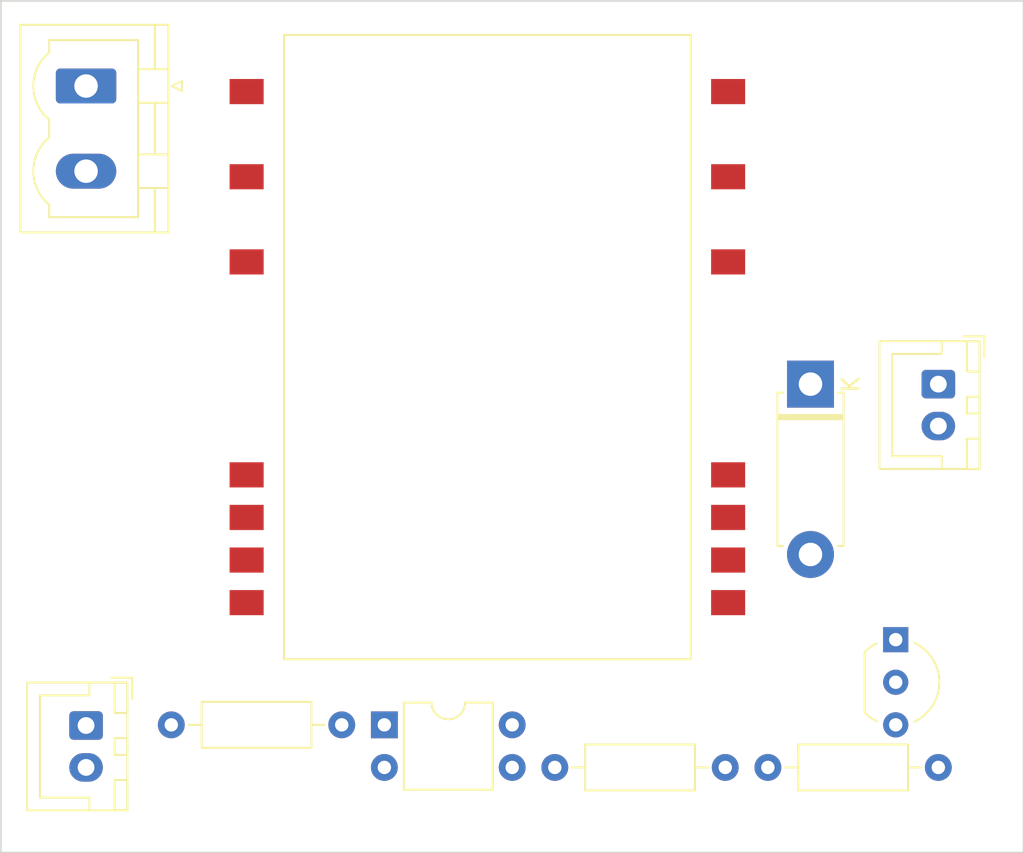
<source format=kicad_pcb>
(kicad_pcb (version 20230606) (generator pcbnew)
  (layers (0 "F.Cu" signal) (31 "B.Cu" signal) (34 "B.Paste" user) (35 "F.Paste" user) (36 "B.SilkS" user "B.Silkscreen") (37 "F.SilkS" user "F.Silkscreen") (38 "B.Mask" user) (39 "F.Mask" user) (44 "Edge.Cuts" user))
  (net 0 "")
  (net 1 "+24V")
  (net 2 "Net-(D1-A)")
  (net 3 "Net-(J1-Pin_1)")
  (net 4 "Net-(J1-Pin_2)")
  (net 5 "L")
  (net 6 "N")
  (net 7 "GND")
  (net 8 "Net-(Q1-B)")
  (net 9 "Net-(R1-Pad2)")
  (net 10 "Net-(R2-Pad1)")
  (footprint "Package_TO_SOT_THT:TO-92_Inline_Wide" (layer "F.Cu") (at 86.36 83.82 -90)
    (property "Reference" "Q1" hide)
    (property "Value" "BC547" hide)
    (fp_line (start 0.74 1.85) (end 4.34 1.85) (stroke (width 0.12)) (layer "F.SilkS"))
    (fp_arc (start 0.74 1.85) (mid 0.446097 1.509328) (end 0.215816 1.122795) (stroke (width 0.12)) (layer "F.SilkS"))
    (fp_arc (start 4.864184 1.122795) (mid 4.633903 1.509328) (end 4.34 1.85) (stroke (width 0.12)) (layer "F.SilkS"))
    (fp_arc (start 0.1836 -1.098807) (mid 1.143021 -2.192817) (end 2.54 -2.6) (stroke (width 0.12)) (layer "F.SilkS"))
    (fp_arc (start 2.54 -2.6) (mid 3.936979 -2.192818) (end 4.8964 -1.098807) (stroke (width 0.12)) (layer "F.SilkS"))
    (pad "1" thru_hole rect (at 0 0 270) (size 1.5 1.5) (drill 0.8) (layers "*.Cu" "*.Mask") (net 2 "Net-(D1-A)"))
    (pad "2" thru_hole circle (at 2.54 0 270) (size 1.5 1.5) (drill 0.8) (layers "*.Cu" "*.Mask") (net 8 "Net-(Q1-B)"))
    (pad "3" thru_hole circle (at 5.08 0 270) (size 1.5 1.5) (drill 0.8) (layers "*.Cu" "*.Mask") (net 7 "GND"))
  )
  (footprint "Converter_ACDC:Converter_ACDC_MeanWell_IRM-03-xx_SMD" (layer "F.Cu") (at 62.021 66.371)
    (property "Reference" "PS1" hide)
    (property "Value" "IRM-03-24S" hide)
    (fp_line (start -12.12 -18.62) (end 12.12 -18.62) (stroke (width 0.12)) (layer "F.SilkS"))
    (fp_line (start -12.12 18.62) (end -12.12 -18.62) (stroke (width 0.12)) (layer "F.SilkS"))
    (fp_line (start 12.12 -18.62) (end 12.12 18.62) (stroke (width 0.12)) (layer "F.SilkS"))
    (fp_line (start 12.12 18.62) (end -12.12 18.62) (stroke (width 0.12)) (layer "F.SilkS"))
    (pad "1" smd rect (at -14.35 -15.24 270) (size 1.5 2.03) (layers "F.Cu" "F.Paste" "F.Mask") (net 5 "L"))
    (pad "3" smd rect (at -14.35 -10.16 270) (size 1.5 2.03) (layers "F.Cu" "F.Paste" "F.Mask") (net 6 "N"))
    (pad "5" smd rect (at -14.35 -5.08 270) (size 1.5 2.03) (layers "F.Cu" "F.Paste" "F.Mask"))
    (pad "10" smd rect (at -14.35 7.62 270) (size 1.5 2.03) (layers "F.Cu" "F.Paste" "F.Mask"))
    (pad "11" smd rect (at -14.35 10.16 270) (size 1.5 2.03) (layers "F.Cu" "F.Paste" "F.Mask"))
    (pad "12" smd rect (at -14.35 12.7 270) (size 1.5 2.03) (layers "F.Cu" "F.Paste" "F.Mask"))
    (pad "13" smd rect (at -14.35 15.24 270) (size 1.5 2.03) (layers "F.Cu" "F.Paste" "F.Mask"))
    (pad "14" smd rect (at 14.35 15.24 270) (size 1.5 2.03) (layers "F.Cu" "F.Paste" "F.Mask") (net 7 "GND"))
    (pad "15" smd rect (at 14.35 12.7 270) (size 1.5 2.03) (layers "F.Cu" "F.Paste" "F.Mask"))
    (pad "16" smd rect (at 14.35 10.16 270) (size 1.5 2.03) (layers "F.Cu" "F.Paste" "F.Mask") (net 1 "+24V"))
    (pad "17" smd rect (at 14.35 7.62 270) (size 1.5 2.03) (layers "F.Cu" "F.Paste" "F.Mask"))
    (pad "22" smd rect (at 14.35 -5.08 270) (size 1.5 2.03) (layers "F.Cu" "F.Paste" "F.Mask"))
    (pad "24" smd rect (at 14.35 -10.16 270) (size 1.5 2.03) (layers "F.Cu" "F.Paste" "F.Mask"))
    (pad "26" smd rect (at 14.35 -15.24 270) (size 1.5 2.03) (layers "F.Cu" "F.Paste" "F.Mask"))
  )
  (footprint "Connector_JST:JST_XH_B2B-XH-A_1x02_P2.50mm_Vertical" (layer "F.Cu") (at 88.9 68.58 -90)
    (property "Reference" "J3" (at 1.25 -3.55 90) (layer "F.SilkS"))
    (property "Value" "Relay coil")
    (fp_line (start -2.56 3.51) (end 5.06 3.51) (stroke (width 0.12)) (layer "F.SilkS"))
    (fp_line (start 5.06 3.51) (end 5.06 -2.46) (stroke (width 0.12)) (layer "F.SilkS"))
    (fp_line (start -1.8 2.75) (end 1.25 2.75) (stroke (width 0.12)) (layer "F.SilkS"))
    (fp_line (start 4.3 2.75) (end 1.25 2.75) (stroke (width 0.12)) (layer "F.SilkS"))
    (fp_line (start -2.55 -0.2) (end -1.8 -0.2) (stroke (width 0.12)) (layer "F.SilkS"))
    (fp_line (start -1.8 -0.2) (end -1.8 2.75) (stroke (width 0.12)) (layer "F.SilkS"))
    (fp_line (start 4.3 -0.2) (end 4.3 2.75) (stroke (width 0.12)) (layer "F.SilkS"))
    (fp_line (start 5.05 -0.2) (end 4.3 -0.2) (stroke (width 0.12)) (layer "F.SilkS"))
    (fp_line (start -2.55 -1.7) (end -0.75 -1.7) (stroke (width 0.12)) (layer "F.SilkS"))
    (fp_line (start -0.75 -1.7) (end -0.75 -2.45) (stroke (width 0.12)) (layer "F.SilkS"))
    (fp_line (start 0.75 -1.7) (end 1.75 -1.7) (stroke (width 0.12)) (layer "F.SilkS"))
    (fp_line (start 1.75 -1.7) (end 1.75 -2.45) (stroke (width 0.12)) (layer "F.SilkS"))
    (fp_line (start 3.25 -1.7) (end 5.05 -1.7) (stroke (width 0.12)) (layer "F.SilkS"))
    (fp_line (start 5.05 -1.7) (end 5.05 -2.45) (stroke (width 0.12)) (layer "F.SilkS"))
    (fp_line (start -2.55 -2.45) (end -2.55 -1.7) (stroke (width 0.12)) (layer "F.SilkS"))
    (fp_line (start -0.75 -2.45) (end -2.55 -2.45) (stroke (width 0.12)) (layer "F.SilkS"))
    (fp_line (start 0.75 -2.45) (end 0.75 -1.7) (stroke (width 0.12)) (layer "F.SilkS"))
    (fp_line (start 1.75 -2.45) (end 0.75 -2.45) (stroke (width 0.12)) (layer "F.SilkS"))
    (fp_line (start 3.25 -2.45) (end 3.25 -1.7) (stroke (width 0.12)) (layer "F.SilkS"))
    (fp_line (start 5.05 -2.45) (end 3.25 -2.45) (stroke (width 0.12)) (layer "F.SilkS"))
    (fp_line (start -2.56 -2.46) (end -2.56 3.51) (stroke (width 0.12)) (layer "F.SilkS"))
    (fp_line (start 5.06 -2.46) (end -2.56 -2.46) (stroke (width 0.12)) (layer "F.SilkS"))
    (fp_line (start -2.85 -2.75) (end -2.85 -1.5) (stroke (width 0.12)) (layer "F.SilkS"))
    (fp_line (start -1.6 -2.75) (end -2.85 -2.75) (stroke (width 0.12)) (layer "F.SilkS"))
    (pad "1" thru_hole roundrect (at 0 0 270) (size 1.7 2) (drill 1) (layers "*.Cu" "*.Mask") (roundrect_rratio 0.147059) (net 1 "+24V"))
    (pad "2" thru_hole oval (at 2.5 0 270) (size 1.7 2) (drill 1) (layers "*.Cu" "*.Mask") (net 2 "Net-(D1-A)"))
  )
  (footprint "Resistor_THT:R_Axial_DIN0207_L6.3mm_D2.5mm_P10.16mm_Horizontal" (layer "F.Cu") (at 78.74 91.44)
    (property "Reference" "R3" hide)
    (property "Value" "100k" hide)
    (fp_line (start 1.04 0) (end 1.81 0) (stroke (width 0.12)) (layer "F.SilkS"))
    (fp_line (start 1.81 -1.37) (end 1.81 1.37) (stroke (width 0.12)) (layer "F.SilkS"))
    (fp_line (start 1.81 1.37) (end 8.35 1.37) (stroke (width 0.12)) (layer "F.SilkS"))
    (fp_line (start 8.35 -1.37) (end 1.81 -1.37) (stroke (width 0.12)) (layer "F.SilkS"))
    (fp_line (start 8.35 1.37) (end 8.35 -1.37) (stroke (width 0.12)) (layer "F.SilkS"))
    (fp_line (start 9.12 0) (end 8.35 0) (stroke (width 0.12)) (layer "F.SilkS"))
    (pad "1" thru_hole circle (at 0 0) (size 1.6 1.6) (drill 0.8) (layers "*.Cu" "*.Mask") (net 8 "Net-(Q1-B)"))
    (pad "2" thru_hole oval (at 10.16 0) (size 1.6 1.6) (drill 0.8) (layers "*.Cu" "*.Mask") (net 7 "GND"))
  )
  (footprint "Resistor_THT:R_Axial_DIN0207_L6.3mm_D2.5mm_P10.16mm_Horizontal" (layer "F.Cu") (at 43.18 88.9)
    (property "Reference" "R1" hide)
    (property "Value" "680" hide)
    (fp_line (start 1.04 0) (end 1.81 0) (stroke (width 0.12)) (layer "F.SilkS"))
    (fp_line (start 1.81 -1.37) (end 1.81 1.37) (stroke (width 0.12)) (layer "F.SilkS"))
    (fp_line (start 1.81 1.37) (end 8.35 1.37) (stroke (width 0.12)) (layer "F.SilkS"))
    (fp_line (start 8.35 -1.37) (end 1.81 -1.37) (stroke (width 0.12)) (layer "F.SilkS"))
    (fp_line (start 8.35 1.37) (end 8.35 -1.37) (stroke (width 0.12)) (layer "F.SilkS"))
    (fp_line (start 9.12 0) (end 8.35 0) (stroke (width 0.12)) (layer "F.SilkS"))
    (pad "1" thru_hole circle (at 0 0) (size 1.6 1.6) (drill 0.8) (layers "*.Cu" "*.Mask") (net 3 "Net-(J1-Pin_1)"))
    (pad "2" thru_hole oval (at 10.16 0) (size 1.6 1.6) (drill 0.8) (layers "*.Cu" "*.Mask") (net 9 "Net-(R1-Pad2)"))
  )
  (footprint "Connector_Phoenix_MSTB:PhoenixContact_MSTBVA_2,5_2-G-5,08_1x02_P5.08mm_Vertical" (layer "F.Cu") (at 38.1 50.8 -90)
    (property "Reference" "J2" hide)
    (property "Value" "Mains" hide)
    (fp_line (start -3.65 3.91) (end 8.73 3.91) (stroke (width 0.12)) (layer "F.SilkS"))
    (fp_line (start 8.73 3.91) (end 8.73 -4.91) (stroke (width 0.12)) (layer "F.SilkS"))
    (fp_line (start -2.74 2.2) (end -2.74 -3.1) (stroke (width 0.12)) (layer "F.SilkS"))
    (fp_line (start -2 2.2) (end -2.74 2.2) (stroke (width 0.12)) (layer "F.SilkS"))
    (fp_line (start 2 2.2) (end 3.08 2.2) (stroke (width 0.12)) (layer "F.SilkS"))
    (fp_line (start 7.82 2.2) (end 7.08 2.2) (stroke (width 0.12)) (layer "F.SilkS"))
    (fp_line (start -2.74 -3.1) (end 7.82 -3.1) (stroke (width 0.12)) (layer "F.SilkS"))
    (fp_line (start -1 -3.1) (end -1 -4.91) (stroke (width 0.12)) (layer "F.SilkS"))
    (fp_line (start 1 -3.1) (end -1 -3.1) (stroke (width 0.12)) (layer "F.SilkS"))
    (fp_line (start 4.08 -3.1) (end 4.08 -4.91) (stroke (width 0.12)) (layer "F.SilkS"))
    (fp_line (start 6.08 -3.1) (end 4.08 -3.1) (stroke (width 0.12)) (layer "F.SilkS"))
    (fp_line (start 7.82 -3.1) (end 7.82 2.2) (stroke (width 0.12)) (layer "F.SilkS"))
    (fp_line (start -3.65 -4.1) (end -1.11 -4.1) (stroke (width 0.12)) (layer "F.SilkS"))
    (fp_line (start 1 -4.1) (end 4.08 -4.1) (stroke (width 0.12)) (layer "F.SilkS"))
    (fp_line (start 8.73 -4.1) (end 6.19 -4.1) (stroke (width 0.12)) (layer "F.SilkS"))
    (fp_line (start -3.65 -4.91) (end -3.65 3.91) (stroke (width 0.12)) (layer "F.SilkS"))
    (fp_line (start -1 -4.91) (end 1 -4.91) (stroke (width 0.12)) (layer "F.SilkS"))
    (fp_line (start 1 -4.91) (end 1 -3.1) (stroke (width 0.12)) (layer "F.SilkS"))
    (fp_line (start 4.08 -4.91) (end 6.08 -4.91) (stroke (width 0.12)) (layer "F.SilkS"))
    (fp_line (start 6.08 -4.91) (end 6.08 -3.1) (stroke (width 0.12)) (layer "F.SilkS"))
    (fp_line (start 8.73 -4.91) (end -3.65 -4.91) (stroke (width 0.12)) (layer "F.SilkS"))
    (fp_line (start 0 -5.11) (end -0.3 -5.71) (stroke (width 0.12)) (layer "F.SilkS"))
    (fp_line (start -0.3 -5.71) (end 0.3 -5.71) (stroke (width 0.12)) (layer "F.SilkS"))
    (fp_line (start 0.3 -5.71) (end 0 -5.11) (stroke (width 0.12)) (layer "F.SilkS"))
    (fp_arc (start 1.986842 2.215821) (mid -0.010289 3.142758) (end -2 2.2) (stroke (width 0.12)) (layer "F.SilkS"))
    (fp_arc (start 7.066842 2.215821) (mid 5.069711 3.142758) (end 3.08 2.2) (stroke (width 0.12)) (layer "F.SilkS"))
    (pad "1" thru_hole roundrect (at 0 0 270) (size 2.08 3.6) (drill 1.4) (layers "*.Cu" "*.Mask") (roundrect_rratio 0.120192) (net 5 "L"))
    (pad "2" thru_hole oval (at 5.08 0 270) (size 2.08 3.6) (drill 1.4) (layers "*.Cu" "*.Mask") (net 6 "N"))
  )
  (footprint "Diode_THT:D_5W_P10.16mm_Horizontal" (layer "F.Cu") (at 81.28 68.58 -90)
    (property "Reference" "D1" hide)
    (property "Value" "1N4148" hide)
    (fp_line (start 0.51 1.97) (end 9.65 1.97) (stroke (width 0.12)) (layer "F.SilkS"))
    (fp_line (start 9.65 1.97) (end 9.65 1.64) (stroke (width 0.12)) (layer "F.SilkS"))
    (fp_line (start 0.51 1.64) (end 0.51 1.97) (stroke (width 0.12)) (layer "F.SilkS"))
    (fp_line (start 0.51 -1.64) (end 0.51 -1.97) (stroke (width 0.12)) (layer "F.SilkS"))
    (fp_line (start 0.51 -1.97) (end 9.65 -1.97) (stroke (width 0.12)) (layer "F.SilkS"))
    (fp_line (start 1.845 -1.97) (end 1.845 1.97) (stroke (width 0.12)) (layer "F.SilkS"))
    (fp_line (start 1.965 -1.97) (end 1.965 1.97) (stroke (width 0.12)) (layer "F.SilkS"))
    (fp_line (start 2.085 -1.97) (end 2.085 1.97) (stroke (width 0.12)) (layer "F.SilkS"))
    (fp_line (start 9.65 -1.97) (end 9.65 -1.64) (stroke (width 0.12)) (layer "F.SilkS"))
    (fp_text user "K" (at 0 -2.4 90) (layer "F.SilkS"))
    (pad "1" thru_hole rect (at 0 0 270) (size 2.8 2.8) (drill 1.4) (layers "*.Cu" "*.Mask") (net 1 "+24V"))
    (pad "2" thru_hole oval (at 10.16 0 270) (size 2.8 2.8) (drill 1.4) (layers "*.Cu" "*.Mask") (net 2 "Net-(D1-A)"))
  )
  (footprint "Connector_JST:JST_XH_B2B-XH-A_1x02_P2.50mm_Vertical" (layer "F.Cu") (at 38.1 88.94 -90)
    (property "Reference" "J1" hide)
    (property "Value" "Control" hide)
    (fp_line (start -2.56 3.51) (end 5.06 3.51) (stroke (width 0.12)) (layer "F.SilkS"))
    (fp_line (start 5.06 3.51) (end 5.06 -2.46) (stroke (width 0.12)) (layer "F.SilkS"))
    (fp_line (start -1.8 2.75) (end 1.25 2.75) (stroke (width 0.12)) (layer "F.SilkS"))
    (fp_line (start 4.3 2.75) (end 1.25 2.75) (stroke (width 0.12)) (layer "F.SilkS"))
    (fp_line (start -2.55 -0.2) (end -1.8 -0.2) (stroke (width 0.12)) (layer "F.SilkS"))
    (fp_line (start -1.8 -0.2) (end -1.8 2.75) (stroke (width 0.12)) (layer "F.SilkS"))
    (fp_line (start 4.3 -0.2) (end 4.3 2.75) (stroke (width 0.12)) (layer "F.SilkS"))
    (fp_line (start 5.05 -0.2) (end 4.3 -0.2) (stroke (width 0.12)) (layer "F.SilkS"))
    (fp_line (start -2.55 -1.7) (end -0.75 -1.7) (stroke (width 0.12)) (layer "F.SilkS"))
    (fp_line (start -0.75 -1.7) (end -0.75 -2.45) (stroke (width 0.12)) (layer "F.SilkS"))
    (fp_line (start 0.75 -1.7) (end 1.75 -1.7) (stroke (width 0.12)) (layer "F.SilkS"))
    (fp_line (start 1.75 -1.7) (end 1.75 -2.45) (stroke (width 0.12)) (layer "F.SilkS"))
    (fp_line (start 3.25 -1.7) (end 5.05 -1.7) (stroke (width 0.12)) (layer "F.SilkS"))
    (fp_line (start 5.05 -1.7) (end 5.05 -2.45) (stroke (width 0.12)) (layer "F.SilkS"))
    (fp_line (start -2.55 -2.45) (end -2.55 -1.7) (stroke (width 0.12)) (layer "F.SilkS"))
    (fp_line (start -0.75 -2.45) (end -2.55 -2.45) (stroke (width 0.12)) (layer "F.SilkS"))
    (fp_line (start 0.75 -2.45) (end 0.75 -1.7) (stroke (width 0.12)) (layer "F.SilkS"))
    (fp_line (start 1.75 -2.45) (end 0.75 -2.45) (stroke (width 0.12)) (layer "F.SilkS"))
    (fp_line (start 3.25 -2.45) (end 3.25 -1.7) (stroke (width 0.12)) (layer "F.SilkS"))
    (fp_line (start 5.05 -2.45) (end 3.25 -2.45) (stroke (width 0.12)) (layer "F.SilkS"))
    (fp_line (start -2.56 -2.46) (end -2.56 3.51) (stroke (width 0.12)) (layer "F.SilkS"))
    (fp_line (start 5.06 -2.46) (end -2.56 -2.46) (stroke (width 0.12)) (layer "F.SilkS"))
    (fp_line (start -2.85 -2.75) (end -2.85 -1.5) (stroke (width 0.12)) (layer "F.SilkS"))
    (fp_line (start -1.6 -2.75) (end -2.85 -2.75) (stroke (width 0.12)) (layer "F.SilkS"))
    (pad "1" thru_hole roundrect (at 0 0 270) (size 1.7 2) (drill 1) (layers "*.Cu" "*.Mask") (roundrect_rratio 0.147059) (net 3 "Net-(J1-Pin_1)"))
    (pad "2" thru_hole oval (at 2.5 0 270) (size 1.7 2) (drill 1) (layers "*.Cu" "*.Mask") (net 4 "Net-(J1-Pin_2)"))
  )
  (footprint "Package_DIP:DIP-4_W7.62mm" (layer "F.Cu") (at 55.88 88.9)
    (property "Reference" "U1" hide)
    (property "Value" "PC817" hide)
    (fp_line (start 1.16 -1.33) (end 1.16 3.87) (stroke (width 0.12)) (layer "F.SilkS"))
    (fp_line (start 1.16 3.87) (end 6.46 3.87) (stroke (width 0.12)) (layer "F.SilkS"))
    (fp_line (start 2.81 -1.33) (end 1.16 -1.33) (stroke (width 0.12)) (layer "F.SilkS"))
    (fp_line (start 6.46 -1.33) (end 4.81 -1.33) (stroke (width 0.12)) (layer "F.SilkS"))
    (fp_line (start 6.46 3.87) (end 6.46 -1.33) (stroke (width 0.12)) (layer "F.SilkS"))
    (fp_arc (start 4.81 -1.33) (mid 3.81 -0.33) (end 2.81 -1.33) (stroke (width 0.12)) (layer "F.SilkS"))
    (pad "1" thru_hole rect (at 0 0) (size 1.6 1.6) (drill 0.8) (layers "*.Cu" "*.Mask") (net 9 "Net-(R1-Pad2)"))
    (pad "2" thru_hole oval (at 0 2.54) (size 1.6 1.6) (drill 0.8) (layers "*.Cu" "*.Mask") (net 4 "Net-(J1-Pin_2)"))
    (pad "3" thru_hole oval (at 7.62 2.54) (size 1.6 1.6) (drill 0.8) (layers "*.Cu" "*.Mask") (net 10 "Net-(R2-Pad1)"))
    (pad "4" thru_hole oval (at 7.62 0) (size 1.6 1.6) (drill 0.8) (layers "*.Cu" "*.Mask") (net 1 "+24V"))
  )
  (footprint "Resistor_THT:R_Axial_DIN0207_L6.3mm_D2.5mm_P10.16mm_Horizontal" (layer "F.Cu") (at 66.04 91.44)
    (property "Reference" "R2" hide)
    (property "Value" "22k" hide)
    (fp_line (start 1.04 0) (end 1.81 0) (stroke (width 0.12)) (layer "F.SilkS"))
    (fp_line (start 1.81 -1.37) (end 1.81 1.37) (stroke (width 0.12)) (layer "F.SilkS"))
    (fp_line (start 1.81 1.37) (end 8.35 1.37) (stroke (width 0.12)) (layer "F.SilkS"))
    (fp_line (start 8.35 -1.37) (end 1.81 -1.37) (stroke (width 0.12)) (layer "F.SilkS"))
    (fp_line (start 8.35 1.37) (end 8.35 -1.37) (stroke (width 0.12)) (layer "F.SilkS"))
    (fp_line (start 9.12 0) (end 8.35 0) (stroke (width 0.12)) (layer "F.SilkS"))
    (pad "1" thru_hole circle (at 0 0) (size 1.6 1.6) (drill 0.8) (layers "*.Cu" "*.Mask") (net 10 "Net-(R2-Pad1)"))
    (pad "2" thru_hole oval (at 10.16 0) (size 1.6 1.6) (drill 0.8) (layers "*.Cu" "*.Mask") (net 8 "Net-(Q1-B)"))
  )
  (gr_rect (start 33.02 45.72) (end 93.98 96.52) (stroke (width 0.1)) (fill none) (layer "Edge.Cuts"))
)
</source>
